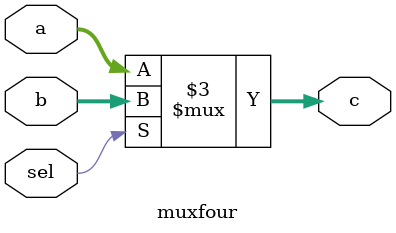
<source format=v>
module muxfour (output reg [3:0] c,input [3:0]a,b, input sel);
  always@(sel,a,b)
  begin
  if(sel)
  c = b;
else
c=a;
end
endmodule 

</source>
